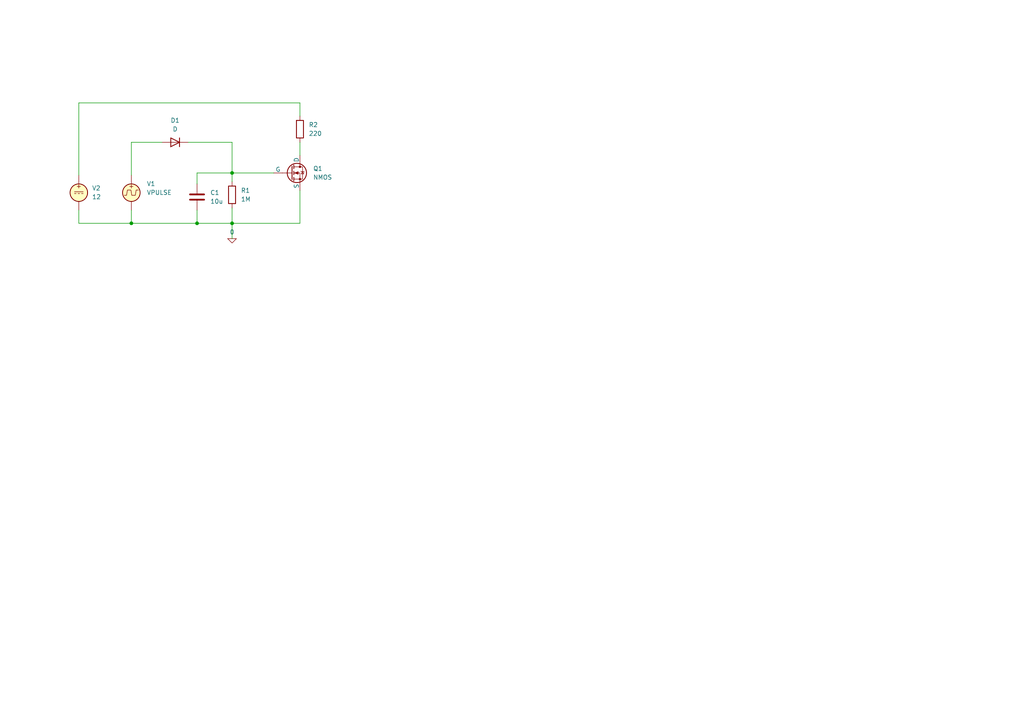
<source format=kicad_sch>
(kicad_sch (version 20230121) (generator eeschema)

  (uuid f431a4f4-d899-4aaa-bff5-9fcf037c0731)

  (paper "A4")

  (lib_symbols
    (symbol "Device:C" (pin_numbers hide) (pin_names (offset 0.254)) (in_bom yes) (on_board yes)
      (property "Reference" "C" (at 0.635 2.54 0)
        (effects (font (size 1.27 1.27)) (justify left))
      )
      (property "Value" "C" (at 0.635 -2.54 0)
        (effects (font (size 1.27 1.27)) (justify left))
      )
      (property "Footprint" "" (at 0.9652 -3.81 0)
        (effects (font (size 1.27 1.27)) hide)
      )
      (property "Datasheet" "~" (at 0 0 0)
        (effects (font (size 1.27 1.27)) hide)
      )
      (property "ki_keywords" "cap capacitor" (at 0 0 0)
        (effects (font (size 1.27 1.27)) hide)
      )
      (property "ki_description" "Unpolarized capacitor" (at 0 0 0)
        (effects (font (size 1.27 1.27)) hide)
      )
      (property "ki_fp_filters" "C_*" (at 0 0 0)
        (effects (font (size 1.27 1.27)) hide)
      )
      (symbol "C_0_1"
        (polyline
          (pts
            (xy -2.032 -0.762)
            (xy 2.032 -0.762)
          )
          (stroke (width 0.508) (type default))
          (fill (type none))
        )
        (polyline
          (pts
            (xy -2.032 0.762)
            (xy 2.032 0.762)
          )
          (stroke (width 0.508) (type default))
          (fill (type none))
        )
      )
      (symbol "C_1_1"
        (pin passive line (at 0 3.81 270) (length 2.794)
          (name "~" (effects (font (size 1.27 1.27))))
          (number "1" (effects (font (size 1.27 1.27))))
        )
        (pin passive line (at 0 -3.81 90) (length 2.794)
          (name "~" (effects (font (size 1.27 1.27))))
          (number "2" (effects (font (size 1.27 1.27))))
        )
      )
    )
    (symbol "Device:D" (pin_numbers hide) (pin_names (offset 1.016) hide) (in_bom yes) (on_board yes)
      (property "Reference" "D" (at 0 2.54 0)
        (effects (font (size 1.27 1.27)))
      )
      (property "Value" "D" (at 0 -2.54 0)
        (effects (font (size 1.27 1.27)))
      )
      (property "Footprint" "" (at 0 0 0)
        (effects (font (size 1.27 1.27)) hide)
      )
      (property "Datasheet" "~" (at 0 0 0)
        (effects (font (size 1.27 1.27)) hide)
      )
      (property "Sim.Device" "D" (at 0 0 0)
        (effects (font (size 1.27 1.27)) hide)
      )
      (property "Sim.Pins" "1=K 2=A" (at 0 0 0)
        (effects (font (size 1.27 1.27)) hide)
      )
      (property "ki_keywords" "diode" (at 0 0 0)
        (effects (font (size 1.27 1.27)) hide)
      )
      (property "ki_description" "Diode" (at 0 0 0)
        (effects (font (size 1.27 1.27)) hide)
      )
      (property "ki_fp_filters" "TO-???* *_Diode_* *SingleDiode* D_*" (at 0 0 0)
        (effects (font (size 1.27 1.27)) hide)
      )
      (symbol "D_0_1"
        (polyline
          (pts
            (xy -1.27 1.27)
            (xy -1.27 -1.27)
          )
          (stroke (width 0.254) (type default))
          (fill (type none))
        )
        (polyline
          (pts
            (xy 1.27 0)
            (xy -1.27 0)
          )
          (stroke (width 0) (type default))
          (fill (type none))
        )
        (polyline
          (pts
            (xy 1.27 1.27)
            (xy 1.27 -1.27)
            (xy -1.27 0)
            (xy 1.27 1.27)
          )
          (stroke (width 0.254) (type default))
          (fill (type none))
        )
      )
      (symbol "D_1_1"
        (pin passive line (at -3.81 0 0) (length 2.54)
          (name "K" (effects (font (size 1.27 1.27))))
          (number "1" (effects (font (size 1.27 1.27))))
        )
        (pin passive line (at 3.81 0 180) (length 2.54)
          (name "A" (effects (font (size 1.27 1.27))))
          (number "2" (effects (font (size 1.27 1.27))))
        )
      )
    )
    (symbol "Device:R" (pin_numbers hide) (pin_names (offset 0)) (in_bom yes) (on_board yes)
      (property "Reference" "R" (at 2.032 0 90)
        (effects (font (size 1.27 1.27)))
      )
      (property "Value" "R" (at 0 0 90)
        (effects (font (size 1.27 1.27)))
      )
      (property "Footprint" "" (at -1.778 0 90)
        (effects (font (size 1.27 1.27)) hide)
      )
      (property "Datasheet" "~" (at 0 0 0)
        (effects (font (size 1.27 1.27)) hide)
      )
      (property "ki_keywords" "R res resistor" (at 0 0 0)
        (effects (font (size 1.27 1.27)) hide)
      )
      (property "ki_description" "Resistor" (at 0 0 0)
        (effects (font (size 1.27 1.27)) hide)
      )
      (property "ki_fp_filters" "R_*" (at 0 0 0)
        (effects (font (size 1.27 1.27)) hide)
      )
      (symbol "R_0_1"
        (rectangle (start -1.016 -2.54) (end 1.016 2.54)
          (stroke (width 0.254) (type default))
          (fill (type none))
        )
      )
      (symbol "R_1_1"
        (pin passive line (at 0 3.81 270) (length 1.27)
          (name "~" (effects (font (size 1.27 1.27))))
          (number "1" (effects (font (size 1.27 1.27))))
        )
        (pin passive line (at 0 -3.81 90) (length 1.27)
          (name "~" (effects (font (size 1.27 1.27))))
          (number "2" (effects (font (size 1.27 1.27))))
        )
      )
    )
    (symbol "Simulation_SPICE:0" (power) (pin_names (offset 0)) (in_bom yes) (on_board yes)
      (property "Reference" "#GND" (at 0 -2.54 0)
        (effects (font (size 1.27 1.27)) hide)
      )
      (property "Value" "0" (at 0 -1.778 0)
        (effects (font (size 1.27 1.27)))
      )
      (property "Footprint" "" (at 0 0 0)
        (effects (font (size 1.27 1.27)) hide)
      )
      (property "Datasheet" "~" (at 0 0 0)
        (effects (font (size 1.27 1.27)) hide)
      )
      (property "ki_keywords" "simulation" (at 0 0 0)
        (effects (font (size 1.27 1.27)) hide)
      )
      (property "ki_description" "0V reference potential for simulation" (at 0 0 0)
        (effects (font (size 1.27 1.27)) hide)
      )
      (symbol "0_0_1"
        (polyline
          (pts
            (xy -1.27 0)
            (xy 0 -1.27)
            (xy 1.27 0)
            (xy -1.27 0)
          )
          (stroke (width 0) (type default))
          (fill (type none))
        )
      )
      (symbol "0_1_1"
        (pin power_in line (at 0 0 0) (length 0) hide
          (name "0" (effects (font (size 1.016 1.016))))
          (number "1" (effects (font (size 1.016 1.016))))
        )
      )
    )
    (symbol "Simulation_SPICE:NMOS" (pin_numbers hide) (pin_names (offset 0)) (in_bom yes) (on_board yes)
      (property "Reference" "Q" (at 5.08 1.27 0)
        (effects (font (size 1.27 1.27)) (justify left))
      )
      (property "Value" "NMOS" (at 5.08 -1.27 0)
        (effects (font (size 1.27 1.27)) (justify left))
      )
      (property "Footprint" "" (at 5.08 2.54 0)
        (effects (font (size 1.27 1.27)) hide)
      )
      (property "Datasheet" "https://ngspice.sourceforge.io/docs/ngspice-manual.pdf" (at 0 -12.7 0)
        (effects (font (size 1.27 1.27)) hide)
      )
      (property "Sim.Device" "NMOS" (at 0 -17.145 0)
        (effects (font (size 1.27 1.27)) hide)
      )
      (property "Sim.Type" "VDMOS" (at 0 -19.05 0)
        (effects (font (size 1.27 1.27)) hide)
      )
      (property "Sim.Pins" "1=D 2=G 3=S" (at 0 -15.24 0)
        (effects (font (size 1.27 1.27)) hide)
      )
      (property "ki_keywords" "transistor NMOS N-MOS N-MOSFET simulation" (at 0 0 0)
        (effects (font (size 1.27 1.27)) hide)
      )
      (property "ki_description" "N-MOSFET transistor, drain/source/gate" (at 0 0 0)
        (effects (font (size 1.27 1.27)) hide)
      )
      (symbol "NMOS_0_1"
        (polyline
          (pts
            (xy 0.254 0)
            (xy -2.54 0)
          )
          (stroke (width 0) (type default))
          (fill (type none))
        )
        (polyline
          (pts
            (xy 0.254 1.905)
            (xy 0.254 -1.905)
          )
          (stroke (width 0.254) (type default))
          (fill (type none))
        )
        (polyline
          (pts
            (xy 0.762 -1.27)
            (xy 0.762 -2.286)
          )
          (stroke (width 0.254) (type default))
          (fill (type none))
        )
        (polyline
          (pts
            (xy 0.762 0.508)
            (xy 0.762 -0.508)
          )
          (stroke (width 0.254) (type default))
          (fill (type none))
        )
        (polyline
          (pts
            (xy 0.762 2.286)
            (xy 0.762 1.27)
          )
          (stroke (width 0.254) (type default))
          (fill (type none))
        )
        (polyline
          (pts
            (xy 2.54 2.54)
            (xy 2.54 1.778)
          )
          (stroke (width 0) (type default))
          (fill (type none))
        )
        (polyline
          (pts
            (xy 2.54 -2.54)
            (xy 2.54 0)
            (xy 0.762 0)
          )
          (stroke (width 0) (type default))
          (fill (type none))
        )
        (polyline
          (pts
            (xy 0.762 -1.778)
            (xy 3.302 -1.778)
            (xy 3.302 1.778)
            (xy 0.762 1.778)
          )
          (stroke (width 0) (type default))
          (fill (type none))
        )
        (polyline
          (pts
            (xy 1.016 0)
            (xy 2.032 0.381)
            (xy 2.032 -0.381)
            (xy 1.016 0)
          )
          (stroke (width 0) (type default))
          (fill (type outline))
        )
        (polyline
          (pts
            (xy 2.794 0.508)
            (xy 2.921 0.381)
            (xy 3.683 0.381)
            (xy 3.81 0.254)
          )
          (stroke (width 0) (type default))
          (fill (type none))
        )
        (polyline
          (pts
            (xy 3.302 0.381)
            (xy 2.921 -0.254)
            (xy 3.683 -0.254)
            (xy 3.302 0.381)
          )
          (stroke (width 0) (type default))
          (fill (type none))
        )
        (circle (center 1.651 0) (radius 2.794)
          (stroke (width 0.254) (type default))
          (fill (type none))
        )
        (circle (center 2.54 -1.778) (radius 0.254)
          (stroke (width 0) (type default))
          (fill (type outline))
        )
        (circle (center 2.54 1.778) (radius 0.254)
          (stroke (width 0) (type default))
          (fill (type outline))
        )
      )
      (symbol "NMOS_1_1"
        (pin passive line (at 2.54 5.08 270) (length 2.54)
          (name "D" (effects (font (size 1.27 1.27))))
          (number "1" (effects (font (size 1.27 1.27))))
        )
        (pin input line (at -5.08 0 0) (length 2.54)
          (name "G" (effects (font (size 1.27 1.27))))
          (number "2" (effects (font (size 1.27 1.27))))
        )
        (pin passive line (at 2.54 -5.08 90) (length 2.54)
          (name "S" (effects (font (size 1.27 1.27))))
          (number "3" (effects (font (size 1.27 1.27))))
        )
      )
    )
    (symbol "Simulation_SPICE:VDC" (pin_numbers hide) (pin_names (offset 0.0254)) (in_bom yes) (on_board yes)
      (property "Reference" "V" (at 2.54 2.54 0)
        (effects (font (size 1.27 1.27)) (justify left))
      )
      (property "Value" "1" (at 2.54 0 0)
        (effects (font (size 1.27 1.27)) (justify left))
      )
      (property "Footprint" "" (at 0 0 0)
        (effects (font (size 1.27 1.27)) hide)
      )
      (property "Datasheet" "~" (at 0 0 0)
        (effects (font (size 1.27 1.27)) hide)
      )
      (property "Sim.Pins" "1=+ 2=-" (at 0 0 0)
        (effects (font (size 1.27 1.27)) hide)
      )
      (property "Sim.Type" "DC" (at 0 0 0)
        (effects (font (size 1.27 1.27)) hide)
      )
      (property "Sim.Device" "V" (at 0 0 0)
        (effects (font (size 1.27 1.27)) (justify left) hide)
      )
      (property "ki_keywords" "simulation" (at 0 0 0)
        (effects (font (size 1.27 1.27)) hide)
      )
      (property "ki_description" "Voltage source, DC" (at 0 0 0)
        (effects (font (size 1.27 1.27)) hide)
      )
      (symbol "VDC_0_0"
        (polyline
          (pts
            (xy -1.27 0.254)
            (xy 1.27 0.254)
          )
          (stroke (width 0) (type default))
          (fill (type none))
        )
        (polyline
          (pts
            (xy -0.762 -0.254)
            (xy -1.27 -0.254)
          )
          (stroke (width 0) (type default))
          (fill (type none))
        )
        (polyline
          (pts
            (xy 0.254 -0.254)
            (xy -0.254 -0.254)
          )
          (stroke (width 0) (type default))
          (fill (type none))
        )
        (polyline
          (pts
            (xy 1.27 -0.254)
            (xy 0.762 -0.254)
          )
          (stroke (width 0) (type default))
          (fill (type none))
        )
        (text "+" (at 0 1.905 0)
          (effects (font (size 1.27 1.27)))
        )
      )
      (symbol "VDC_0_1"
        (circle (center 0 0) (radius 2.54)
          (stroke (width 0.254) (type default))
          (fill (type background))
        )
      )
      (symbol "VDC_1_1"
        (pin passive line (at 0 5.08 270) (length 2.54)
          (name "~" (effects (font (size 1.27 1.27))))
          (number "1" (effects (font (size 1.27 1.27))))
        )
        (pin passive line (at 0 -5.08 90) (length 2.54)
          (name "~" (effects (font (size 1.27 1.27))))
          (number "2" (effects (font (size 1.27 1.27))))
        )
      )
    )
    (symbol "Simulation_SPICE:VPULSE" (pin_numbers hide) (pin_names (offset 0.0254)) (in_bom yes) (on_board yes)
      (property "Reference" "V" (at 2.54 2.54 0)
        (effects (font (size 1.27 1.27)) (justify left))
      )
      (property "Value" "VPULSE" (at 2.54 0 0)
        (effects (font (size 1.27 1.27)) (justify left))
      )
      (property "Footprint" "" (at 0 0 0)
        (effects (font (size 1.27 1.27)) hide)
      )
      (property "Datasheet" "~" (at 0 0 0)
        (effects (font (size 1.27 1.27)) hide)
      )
      (property "Sim.Pins" "1=+ 2=-" (at 0 0 0)
        (effects (font (size 1.27 1.27)) hide)
      )
      (property "Sim.Type" "PULSE" (at 0 0 0)
        (effects (font (size 1.27 1.27)) hide)
      )
      (property "Sim.Device" "V" (at 0 0 0)
        (effects (font (size 1.27 1.27)) (justify left) hide)
      )
      (property "Sim.Params" "y1=0 y2=1 td=2n tr=2n tf=2n tw=50n per=100n" (at 2.54 -2.54 0)
        (effects (font (size 1.27 1.27)) (justify left))
      )
      (property "ki_keywords" "simulation" (at 0 0 0)
        (effects (font (size 1.27 1.27)) hide)
      )
      (property "ki_description" "Voltage source, pulse" (at 0 0 0)
        (effects (font (size 1.27 1.27)) hide)
      )
      (symbol "VPULSE_0_0"
        (polyline
          (pts
            (xy -2.032 -0.762)
            (xy -1.397 -0.762)
            (xy -1.143 0.762)
            (xy -0.127 0.762)
            (xy 0.127 -0.762)
            (xy 1.143 -0.762)
            (xy 1.397 0.762)
            (xy 2.032 0.762)
          )
          (stroke (width 0) (type default))
          (fill (type none))
        )
        (text "+" (at 0 1.905 0)
          (effects (font (size 1.27 1.27)))
        )
      )
      (symbol "VPULSE_0_1"
        (circle (center 0 0) (radius 2.54)
          (stroke (width 0.254) (type default))
          (fill (type background))
        )
      )
      (symbol "VPULSE_1_1"
        (pin passive line (at 0 5.08 270) (length 2.54)
          (name "~" (effects (font (size 1.27 1.27))))
          (number "1" (effects (font (size 1.27 1.27))))
        )
        (pin passive line (at 0 -5.08 90) (length 2.54)
          (name "~" (effects (font (size 1.27 1.27))))
          (number "2" (effects (font (size 1.27 1.27))))
        )
      )
    )
  )

  (junction (at 38.1 64.77) (diameter 0) (color 0 0 0 0)
    (uuid 70c9ef50-5131-4117-98e7-2ef470902ae0)
  )
  (junction (at 67.31 64.77) (diameter 0) (color 0 0 0 0)
    (uuid 9b786184-4428-4e88-9854-6400302b25cf)
  )
  (junction (at 57.15 64.77) (diameter 0) (color 0 0 0 0)
    (uuid a066c676-4bfc-444d-9c8c-221c5d930b78)
  )
  (junction (at 67.31 50.165) (diameter 0) (color 0 0 0 0)
    (uuid fdb79a94-4389-4342-9a08-9773b391245e)
  )

  (wire (pts (xy 38.1 41.275) (xy 46.99 41.275))
    (stroke (width 0) (type default))
    (uuid 0934cc0c-c5a5-456e-a31c-932d7fda1255)
  )
  (wire (pts (xy 86.995 64.77) (xy 67.31 64.77))
    (stroke (width 0) (type default))
    (uuid 17817d33-0e5b-4679-9a85-d073caa07c03)
  )
  (wire (pts (xy 38.1 60.96) (xy 38.1 64.77))
    (stroke (width 0) (type default))
    (uuid 1bac0cf4-7557-411e-ae48-86f9a9152fbc)
  )
  (wire (pts (xy 22.86 29.845) (xy 86.995 29.845))
    (stroke (width 0) (type default))
    (uuid 23a297df-184f-4768-8f0b-71d1e10bb32c)
  )
  (wire (pts (xy 67.31 64.77) (xy 67.31 69.215))
    (stroke (width 0) (type default))
    (uuid 31d4d4ff-2b67-4d9f-942d-9d37ffa974bd)
  )
  (wire (pts (xy 67.31 50.165) (xy 79.375 50.165))
    (stroke (width 0) (type default))
    (uuid 32dcc922-b34b-4c24-af86-bb4e8c0fa817)
  )
  (wire (pts (xy 38.1 50.8) (xy 38.1 41.275))
    (stroke (width 0) (type default))
    (uuid 591fbd90-de2c-49f5-a4ee-9702590a28a4)
  )
  (wire (pts (xy 38.1 64.77) (xy 57.15 64.77))
    (stroke (width 0) (type default))
    (uuid 5d9eb7ed-9e2e-44bd-94cd-918ab2ff26e6)
  )
  (wire (pts (xy 22.86 60.96) (xy 22.86 64.77))
    (stroke (width 0) (type default))
    (uuid 60f27eba-caff-4f41-b9e0-e25392827ec6)
  )
  (wire (pts (xy 86.995 29.845) (xy 86.995 33.655))
    (stroke (width 0) (type default))
    (uuid 69466e4d-68f8-4cce-a716-a280c460c016)
  )
  (wire (pts (xy 22.86 64.77) (xy 38.1 64.77))
    (stroke (width 0) (type default))
    (uuid 6e400c39-f4ff-4fc2-9d94-2e318f60b441)
  )
  (wire (pts (xy 86.995 41.275) (xy 86.995 45.085))
    (stroke (width 0) (type default))
    (uuid 933df2f7-e039-484b-9357-362416650538)
  )
  (wire (pts (xy 57.15 53.34) (xy 57.15 50.165))
    (stroke (width 0) (type default))
    (uuid 9a195899-3519-4e5f-b7d7-357c61df490a)
  )
  (wire (pts (xy 67.31 50.165) (xy 67.31 52.705))
    (stroke (width 0) (type default))
    (uuid a77934b9-0502-42e6-ae6e-b2fd306fffeb)
  )
  (wire (pts (xy 57.15 64.77) (xy 67.31 64.77))
    (stroke (width 0) (type default))
    (uuid ad4296b6-76ae-4ac1-a157-357bb86d7958)
  )
  (wire (pts (xy 57.15 60.96) (xy 57.15 64.77))
    (stroke (width 0) (type default))
    (uuid bc2d3e65-d286-4ec8-9ebf-7b197b1331a0)
  )
  (wire (pts (xy 67.31 41.275) (xy 67.31 50.165))
    (stroke (width 0) (type default))
    (uuid c9f6dae8-e28b-4aea-80f7-9bdbbac0647c)
  )
  (wire (pts (xy 22.86 50.8) (xy 22.86 29.845))
    (stroke (width 0) (type default))
    (uuid cad3a277-48ce-4d22-890e-9f027bb2c0f6)
  )
  (wire (pts (xy 57.15 50.165) (xy 67.31 50.165))
    (stroke (width 0) (type default))
    (uuid d306c531-9f19-448b-a7c4-df87f27d0b6c)
  )
  (wire (pts (xy 54.61 41.275) (xy 67.31 41.275))
    (stroke (width 0) (type default))
    (uuid d9d0546b-7196-4c70-bd46-aa86ee1b9b6d)
  )
  (wire (pts (xy 67.31 60.325) (xy 67.31 64.77))
    (stroke (width 0) (type default))
    (uuid e44f2415-4fed-46f7-acdf-11b62e56a736)
  )
  (wire (pts (xy 86.995 55.245) (xy 86.995 64.77))
    (stroke (width 0) (type default))
    (uuid f3496b54-8d67-43b7-b6eb-d18aff83580f)
  )

  (symbol (lib_id "Simulation_SPICE:VDC") (at 22.86 55.88 0) (unit 1)
    (in_bom yes) (on_board yes) (dnp no) (fields_autoplaced)
    (uuid 0434dea0-8b09-439c-9c44-d891544fea5e)
    (property "Reference" "V2" (at 26.67 54.5742 0)
      (effects (font (size 1.27 1.27)) (justify left))
    )
    (property "Value" "12" (at 26.67 57.1142 0)
      (effects (font (size 1.27 1.27)) (justify left))
    )
    (property "Footprint" "" (at 22.86 55.88 0)
      (effects (font (size 1.27 1.27)) hide)
    )
    (property "Datasheet" "~" (at 22.86 55.88 0)
      (effects (font (size 1.27 1.27)) hide)
    )
    (property "Sim.Pins" "1=+ 2=-" (at 22.86 55.88 0)
      (effects (font (size 1.27 1.27)) hide)
    )
    (property "Sim.Type" "DC" (at 22.86 55.88 0)
      (effects (font (size 1.27 1.27)) hide)
    )
    (property "Sim.Device" "V" (at 22.86 55.88 0)
      (effects (font (size 1.27 1.27)) (justify left) hide)
    )
    (pin "1" (uuid f480b323-47cf-4338-ad8e-9ba65ecd5db8))
    (pin "2" (uuid ad9c977e-a6a1-45e8-a613-c6743612e37f))
    (instances
      (project "DelaySw"
        (path "/f431a4f4-d899-4aaa-bff5-9fcf037c0731"
          (reference "V2") (unit 1)
        )
      )
    )
  )

  (symbol (lib_id "Device:D") (at 50.8 41.275 180) (unit 1)
    (in_bom yes) (on_board yes) (dnp no) (fields_autoplaced)
    (uuid 57c24e8f-d1c1-48b3-b296-ffd54a37e10d)
    (property "Reference" "D1" (at 50.8 34.925 0)
      (effects (font (size 1.27 1.27)))
    )
    (property "Value" "D" (at 50.8 37.465 0)
      (effects (font (size 1.27 1.27)))
    )
    (property "Footprint" "" (at 50.8 41.275 0)
      (effects (font (size 1.27 1.27)) hide)
    )
    (property "Datasheet" "~" (at 50.8 41.275 0)
      (effects (font (size 1.27 1.27)) hide)
    )
    (property "Sim.Device" "D" (at 50.8 41.275 0)
      (effects (font (size 1.27 1.27)) hide)
    )
    (property "Sim.Pins" "1=K 2=A" (at 50.8 41.275 0)
      (effects (font (size 1.27 1.27)) hide)
    )
    (pin "1" (uuid cf7db2f2-9a69-4533-b55e-6d999267eb0e))
    (pin "2" (uuid 37285d19-1247-4d84-8007-babf4fce387e))
    (instances
      (project "DelaySw"
        (path "/f431a4f4-d899-4aaa-bff5-9fcf037c0731"
          (reference "D1") (unit 1)
        )
      )
    )
  )

  (symbol (lib_id "Simulation_SPICE:VPULSE") (at 38.1 55.88 0) (unit 1)
    (in_bom yes) (on_board yes) (dnp no) (fields_autoplaced)
    (uuid 7c24a767-4b43-4af1-99da-8c13cc163021)
    (property "Reference" "V1" (at 42.545 53.3042 0)
      (effects (font (size 1.27 1.27)) (justify left))
    )
    (property "Value" "VPULSE" (at 42.545 55.8442 0)
      (effects (font (size 1.27 1.27)) (justify left))
    )
    (property "Footprint" "" (at 38.1 55.88 0)
      (effects (font (size 1.27 1.27)) hide)
    )
    (property "Datasheet" "~" (at 38.1 55.88 0)
      (effects (font (size 1.27 1.27)) hide)
    )
    (property "Sim.Pins" "1=+ 2=-" (at 38.1 55.88 0)
      (effects (font (size 1.27 1.27)) hide)
    )
    (property "Sim.Type" "PULSE" (at 38.1 55.88 0)
      (effects (font (size 1.27 1.27)) hide)
    )
    (property "Sim.Device" "V" (at 38.1 55.88 0)
      (effects (font (size 1.27 1.27)) (justify left) hide)
    )
    (property "Sim.Params" "y1=0.1 y2=5 td=1n tr=10n tf=10n tw=50m per=5" (at 42.545 58.3842 0)
      (effects (font (size 1.27 1.27)) (justify left) hide)
    )
    (pin "1" (uuid a87079e8-6164-4e30-9f1d-25e73230ff62))
    (pin "2" (uuid e2a76d5f-7946-4afa-8a4d-7c9d1c7c1a36))
    (instances
      (project "DelaySw"
        (path "/f431a4f4-d899-4aaa-bff5-9fcf037c0731"
          (reference "V1") (unit 1)
        )
      )
    )
  )

  (symbol (lib_id "Device:C") (at 57.15 57.15 0) (unit 1)
    (in_bom yes) (on_board yes) (dnp no) (fields_autoplaced)
    (uuid a4dad081-c500-4939-8014-18b8708a74ae)
    (property "Reference" "C1" (at 60.96 55.88 0)
      (effects (font (size 1.27 1.27)) (justify left))
    )
    (property "Value" "10u" (at 60.96 58.42 0)
      (effects (font (size 1.27 1.27)) (justify left))
    )
    (property "Footprint" "" (at 58.1152 60.96 0)
      (effects (font (size 1.27 1.27)) hide)
    )
    (property "Datasheet" "~" (at 57.15 57.15 0)
      (effects (font (size 1.27 1.27)) hide)
    )
    (pin "1" (uuid b5d73619-57cf-4648-bf7d-feff1a97a775))
    (pin "2" (uuid 56f6ecae-df40-4b6d-a34e-32a684d4c5ce))
    (instances
      (project "DelaySw"
        (path "/f431a4f4-d899-4aaa-bff5-9fcf037c0731"
          (reference "C1") (unit 1)
        )
      )
    )
  )

  (symbol (lib_id "Simulation_SPICE:0") (at 67.31 69.215 0) (unit 1)
    (in_bom yes) (on_board yes) (dnp no) (fields_autoplaced)
    (uuid aa27befc-0c96-4eb7-83ec-da4f8d815d67)
    (property "Reference" "#GND01" (at 67.31 71.755 0)
      (effects (font (size 1.27 1.27)) hide)
    )
    (property "Value" "0" (at 67.31 67.31 0)
      (effects (font (size 1.27 1.27)))
    )
    (property "Footprint" "" (at 67.31 69.215 0)
      (effects (font (size 1.27 1.27)) hide)
    )
    (property "Datasheet" "~" (at 67.31 69.215 0)
      (effects (font (size 1.27 1.27)) hide)
    )
    (pin "1" (uuid 41b1f231-2494-49cd-b60c-d574188a8295))
    (instances
      (project "DelaySw"
        (path "/f431a4f4-d899-4aaa-bff5-9fcf037c0731"
          (reference "#GND01") (unit 1)
        )
      )
    )
  )

  (symbol (lib_id "Device:R") (at 67.31 56.515 0) (unit 1)
    (in_bom yes) (on_board yes) (dnp no) (fields_autoplaced)
    (uuid b3e27105-115f-4eea-986a-c8c1947715be)
    (property "Reference" "R1" (at 69.85 55.245 0)
      (effects (font (size 1.27 1.27)) (justify left))
    )
    (property "Value" "1M" (at 69.85 57.785 0)
      (effects (font (size 1.27 1.27)) (justify left))
    )
    (property "Footprint" "" (at 65.532 56.515 90)
      (effects (font (size 1.27 1.27)) hide)
    )
    (property "Datasheet" "~" (at 67.31 56.515 0)
      (effects (font (size 1.27 1.27)) hide)
    )
    (pin "1" (uuid ea7e3bc6-6bdb-4829-8d41-c8cbb638ba85))
    (pin "2" (uuid fd556f33-d685-40ce-8f5f-7449de876ad2))
    (instances
      (project "DelaySw"
        (path "/f431a4f4-d899-4aaa-bff5-9fcf037c0731"
          (reference "R1") (unit 1)
        )
      )
    )
  )

  (symbol (lib_id "Simulation_SPICE:NMOS") (at 84.455 50.165 0) (unit 1)
    (in_bom yes) (on_board yes) (dnp no) (fields_autoplaced)
    (uuid d77775ec-532a-4ce5-bab0-8823cad8904f)
    (property "Reference" "Q1" (at 90.805 48.895 0)
      (effects (font (size 1.27 1.27)) (justify left))
    )
    (property "Value" "NMOS" (at 90.805 51.435 0)
      (effects (font (size 1.27 1.27)) (justify left))
    )
    (property "Footprint" "" (at 89.535 47.625 0)
      (effects (font (size 1.27 1.27)) hide)
    )
    (property "Datasheet" "https://ngspice.sourceforge.io/docs/ngspice-manual.pdf" (at 84.455 62.865 0)
      (effects (font (size 1.27 1.27)) hide)
    )
    (property "Sim.Device" "NMOS" (at 84.455 67.31 0)
      (effects (font (size 1.27 1.27)) hide)
    )
    (property "Sim.Type" "VDMOS" (at 84.455 69.215 0)
      (effects (font (size 1.27 1.27)) hide)
    )
    (property "Sim.Pins" "1=D 2=G 3=S" (at 84.455 65.405 0)
      (effects (font (size 1.27 1.27)) hide)
    )
    (pin "1" (uuid 87e20aee-5493-4a57-a37b-3b5c009e0836))
    (pin "2" (uuid 41fae926-a63d-4b95-9a5d-c259346f07b9))
    (pin "3" (uuid 0ea0c3e3-2a45-416a-b83a-395717286f6d))
    (instances
      (project "DelaySw"
        (path "/f431a4f4-d899-4aaa-bff5-9fcf037c0731"
          (reference "Q1") (unit 1)
        )
      )
    )
  )

  (symbol (lib_id "Device:R") (at 86.995 37.465 0) (unit 1)
    (in_bom yes) (on_board yes) (dnp no) (fields_autoplaced)
    (uuid fed06a67-925f-46fa-84b8-5a473aeb15e5)
    (property "Reference" "R2" (at 89.535 36.195 0)
      (effects (font (size 1.27 1.27)) (justify left))
    )
    (property "Value" "220" (at 89.535 38.735 0)
      (effects (font (size 1.27 1.27)) (justify left))
    )
    (property "Footprint" "" (at 85.217 37.465 90)
      (effects (font (size 1.27 1.27)) hide)
    )
    (property "Datasheet" "~" (at 86.995 37.465 0)
      (effects (font (size 1.27 1.27)) hide)
    )
    (pin "1" (uuid 8da8625d-46a6-4e8a-9dfe-138e355763ac))
    (pin "2" (uuid 9bd8086c-2c31-475b-9c67-c0d6a5d005a1))
    (instances
      (project "DelaySw"
        (path "/f431a4f4-d899-4aaa-bff5-9fcf037c0731"
          (reference "R2") (unit 1)
        )
      )
    )
  )

  (sheet_instances
    (path "/" (page "1"))
  )
)

</source>
